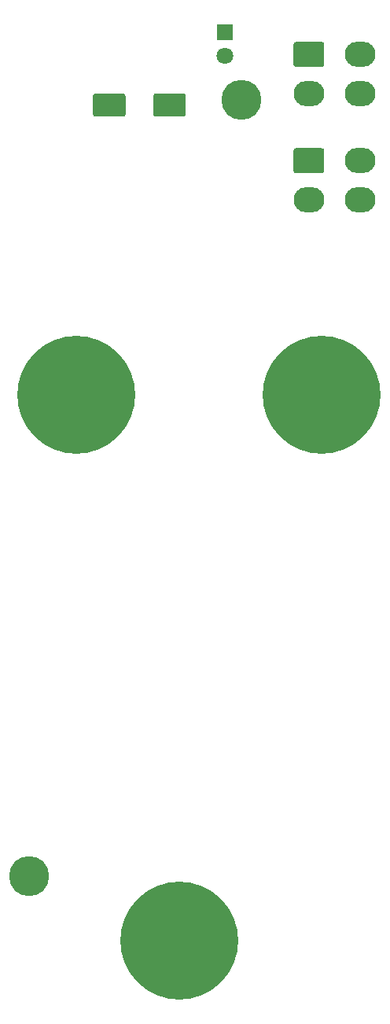
<source format=gbr>
%TF.GenerationSoftware,KiCad,Pcbnew,(5.1.10)-1*%
%TF.CreationDate,2021-11-16T17:17:49+11:00*%
%TF.ProjectId,APU Panel PCB V2,41505520-5061-46e6-956c-205043422056,rev?*%
%TF.SameCoordinates,Original*%
%TF.FileFunction,Soldermask,Bot*%
%TF.FilePolarity,Negative*%
%FSLAX46Y46*%
G04 Gerber Fmt 4.6, Leading zero omitted, Abs format (unit mm)*
G04 Created by KiCad (PCBNEW (5.1.10)-1) date 2021-11-16 17:17:49*
%MOMM*%
%LPD*%
G01*
G04 APERTURE LIST*
%ADD10O,3.300000X2.700000*%
%ADD11C,4.300000*%
%ADD12C,12.700000*%
%ADD13C,1.800000*%
%ADD14R,1.800000X1.800000*%
G04 APERTURE END LIST*
D10*
%TO.C,J2*%
X110539160Y-74870420D03*
X110539160Y-70670420D03*
X105039160Y-74870420D03*
G36*
G01*
X103639161Y-69320420D02*
X106439159Y-69320420D01*
G75*
G02*
X106689160Y-69570421I0J-250001D01*
G01*
X106689160Y-71770419D01*
G75*
G02*
X106439159Y-72020420I-250001J0D01*
G01*
X103639161Y-72020420D01*
G75*
G02*
X103389160Y-71770419I0J250001D01*
G01*
X103389160Y-69570421D01*
G75*
G02*
X103639161Y-69320420I250001J0D01*
G01*
G37*
%TD*%
%TO.C,J1*%
X110539160Y-63427720D03*
X110539160Y-59227720D03*
X105039160Y-63427720D03*
G36*
G01*
X103639161Y-57877720D02*
X106439159Y-57877720D01*
G75*
G02*
X106689160Y-58127721I0J-250001D01*
G01*
X106689160Y-60327719D01*
G75*
G02*
X106439159Y-60577720I-250001J0D01*
G01*
X103639161Y-60577720D01*
G75*
G02*
X103389160Y-60327719I0J250001D01*
G01*
X103389160Y-58127721D01*
G75*
G02*
X103639161Y-57877720I250001J0D01*
G01*
G37*
%TD*%
D11*
%TO.C,5*%
X74929999Y-147701001D03*
%TD*%
%TO.C,4*%
X97789999Y-64135001D03*
%TD*%
D12*
%TO.C,3*%
X91122500Y-154622501D03*
%TD*%
%TO.C,2*%
X106425999Y-95885001D03*
%TD*%
%TO.C,REF\u002A\u002A*%
X80010000Y-95885001D03*
%TD*%
D13*
%TO.C,D21*%
X95999300Y-59395360D03*
D14*
X95999300Y-56855360D03*
%TD*%
%TO.C,C1*%
G36*
G01*
X85290460Y-63673480D02*
X85290460Y-65673480D01*
G75*
G02*
X85040460Y-65923480I-250000J0D01*
G01*
X82040460Y-65923480D01*
G75*
G02*
X81790460Y-65673480I0J250000D01*
G01*
X81790460Y-63673480D01*
G75*
G02*
X82040460Y-63423480I250000J0D01*
G01*
X85040460Y-63423480D01*
G75*
G02*
X85290460Y-63673480I0J-250000D01*
G01*
G37*
G36*
G01*
X91790460Y-63673480D02*
X91790460Y-65673480D01*
G75*
G02*
X91540460Y-65923480I-250000J0D01*
G01*
X88540460Y-65923480D01*
G75*
G02*
X88290460Y-65673480I0J250000D01*
G01*
X88290460Y-63673480D01*
G75*
G02*
X88540460Y-63423480I250000J0D01*
G01*
X91540460Y-63423480D01*
G75*
G02*
X91790460Y-63673480I0J-250000D01*
G01*
G37*
%TD*%
M02*

</source>
